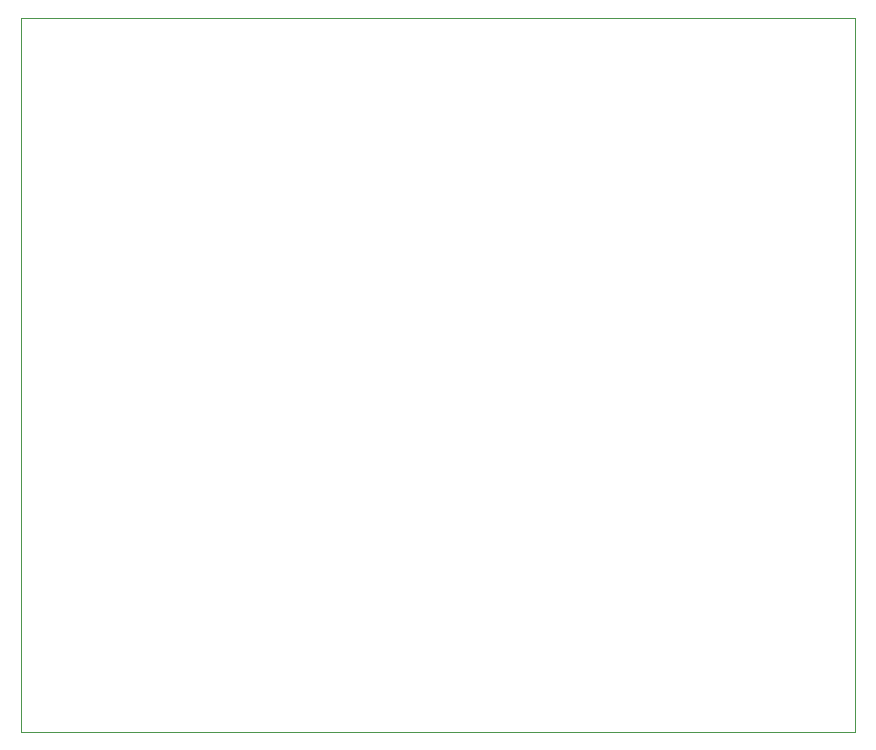
<source format=gbr>
%TF.GenerationSoftware,KiCad,Pcbnew,9.0.2*%
%TF.CreationDate,2025-08-09T11:44:39-07:00*%
%TF.ProjectId,perfidy-board,70657266-6964-4792-9d62-6f6172642e6b,1.0*%
%TF.SameCoordinates,Original*%
%TF.FileFunction,Profile,NP*%
%FSLAX46Y46*%
G04 Gerber Fmt 4.6, Leading zero omitted, Abs format (unit mm)*
G04 Created by KiCad (PCBNEW 9.0.2) date 2025-08-09 11:44:39*
%MOMM*%
%LPD*%
G01*
G04 APERTURE LIST*
%TA.AperFunction,Profile*%
%ADD10C,0.038100*%
%TD*%
G04 APERTURE END LIST*
D10*
X95984000Y-65564000D02*
X166596000Y-65564000D01*
X166596000Y-126016000D01*
X95984000Y-126016000D01*
X95984000Y-65564000D01*
M02*

</source>
